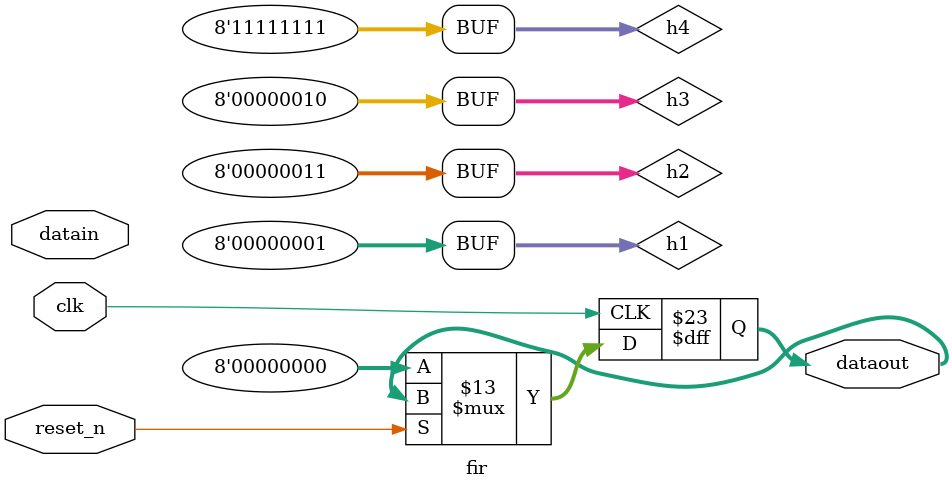
<source format=v>
module fir(
    input [7:0] datain,
    input reset_n,
    input clk,
    output reg [7:0] dataout
    );
    reg [7:0] r1=8'b0;
	reg [7:0] r2=8'b0; 
	reg [7:0] r3=8'b0;
	reg [7:0] r4=8'b0;
    reg [7:0] h1=1;
    reg [7:0] h2=3;
    reg [7:0] h3=2;
    reg [7:0] h4=-1;
    always@(posedge clk)
    begin
        if(~reset_n) begin
            r1<=8'b0;
            r2<=8'b0;
            r3<=8'b0;
            r4<=8'b0;
        end
        else begin
            //finish the input read and data transmission here.
            
        end
    end
    
    always @ (posedge clk)
    begin
        if(~reset_n) begin
            dataout<=8'b0;
        end
        else begin
            //finish the multiplication and addition here.
            
        end
    end
endmodule

</source>
